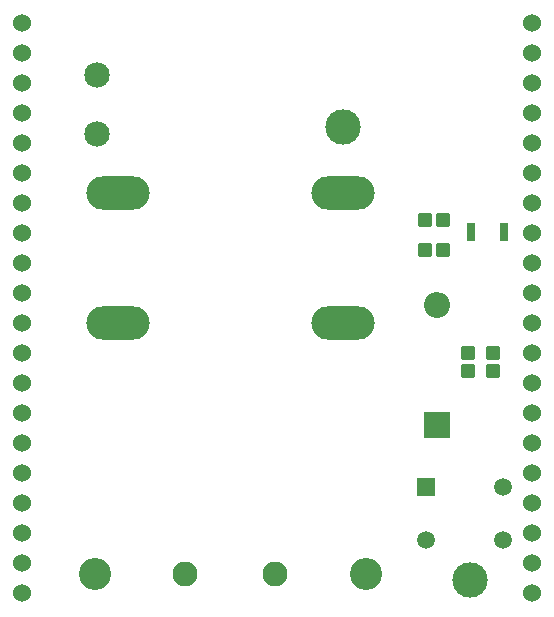
<source format=gbr>
%TF.GenerationSoftware,KiCad,Pcbnew,8.0.7*%
%TF.CreationDate,2025-01-14T16:56:09-05:00*%
%TF.ProjectId,AMS Latching Module,414d5320-4c61-4746-9368-696e67204d6f,rev?*%
%TF.SameCoordinates,Original*%
%TF.FileFunction,Soldermask,Top*%
%TF.FilePolarity,Negative*%
%FSLAX46Y46*%
G04 Gerber Fmt 4.6, Leading zero omitted, Abs format (unit mm)*
G04 Created by KiCad (PCBNEW 8.0.7) date 2025-01-14 16:56:09*
%MOMM*%
%LPD*%
G01*
G04 APERTURE LIST*
G04 Aperture macros list*
%AMRoundRect*
0 Rectangle with rounded corners*
0 $1 Rounding radius*
0 $2 $3 $4 $5 $6 $7 $8 $9 X,Y pos of 4 corners*
0 Add a 4 corners polygon primitive as box body*
4,1,4,$2,$3,$4,$5,$6,$7,$8,$9,$2,$3,0*
0 Add four circle primitives for the rounded corners*
1,1,$1+$1,$2,$3*
1,1,$1+$1,$4,$5*
1,1,$1+$1,$6,$7*
1,1,$1+$1,$8,$9*
0 Add four rect primitives between the rounded corners*
20,1,$1+$1,$2,$3,$4,$5,0*
20,1,$1+$1,$4,$5,$6,$7,0*
20,1,$1+$1,$6,$7,$8,$9,0*
20,1,$1+$1,$8,$9,$2,$3,0*%
G04 Aperture macros list end*
%ADD10RoundRect,0.102000X0.485000X-0.450000X0.485000X0.450000X-0.485000X0.450000X-0.485000X-0.450000X0*%
%ADD11C,3.000000*%
%ADD12C,1.524000*%
%ADD13R,1.498600X1.498600*%
%ADD14C,1.498600*%
%ADD15R,0.660400X1.549400*%
%ADD16O,5.350000X2.850000*%
%ADD17C,2.717800*%
%ADD18C,2.108200*%
%ADD19RoundRect,0.102000X-0.450000X-0.485000X0.450000X-0.485000X0.450000X0.485000X-0.450000X0.485000X0*%
%ADD20C,2.154000*%
%ADD21R,2.200000X2.200000*%
%ADD22O,2.200000X2.200000*%
G04 APERTURE END LIST*
D10*
%TO.C,D1*%
X90620000Y-80270000D03*
X90620000Y-78750000D03*
%TD*%
%TO.C,D2*%
X88540000Y-80260000D03*
X88540000Y-78740000D03*
%TD*%
D11*
%TO.C,AMS PWR THRU*%
X77920000Y-59570000D03*
%TD*%
D12*
%TO.C,J2*%
X50800000Y-99060000D03*
X50800000Y-96520000D03*
X50800000Y-93980000D03*
X50800000Y-91440000D03*
X50800000Y-88900000D03*
X50800000Y-86360000D03*
X50800000Y-83820000D03*
X50800000Y-81280000D03*
X50800000Y-78740000D03*
X50800000Y-76200000D03*
X50800000Y-73660000D03*
X50800000Y-71120000D03*
X50800000Y-68580000D03*
X50800000Y-66040000D03*
X50800000Y-63500000D03*
X50800000Y-60960000D03*
X50800000Y-58420000D03*
X50800000Y-55880000D03*
X50800000Y-53340000D03*
X50800000Y-50800000D03*
%TD*%
D13*
%TO.C,AMS RESET*%
X85019999Y-90070000D03*
D14*
X91520000Y-90070000D03*
X85019999Y-94570001D03*
X91520000Y-94570001D03*
%TD*%
D15*
%TO.C,AMS ERROR*%
X88775200Y-68492400D03*
X91620000Y-68492400D03*
%TD*%
D16*
%TO.C,K1*%
X58920000Y-65159999D03*
X58920000Y-76160000D03*
D17*
X56970000Y-97460000D03*
D18*
X64620000Y-97460000D03*
X72220000Y-97460000D03*
D17*
X79870000Y-97460000D03*
D16*
X77919998Y-76160000D03*
X77919998Y-65159999D03*
%TD*%
D19*
%TO.C,R2*%
X84937600Y-69992400D03*
X86457600Y-69992400D03*
%TD*%
D20*
%TO.C,J1*%
X57130000Y-55150000D03*
X57130000Y-60150000D03*
%TD*%
D11*
%TO.C,AMS*%
X88720000Y-97970000D03*
%TD*%
D19*
%TO.C,R1*%
X84937600Y-67492400D03*
X86457600Y-67492400D03*
%TD*%
D12*
%TO.C,J2*%
X94000000Y-99060000D03*
X94000000Y-96520000D03*
X94000000Y-93980000D03*
X94000000Y-91440000D03*
X94000000Y-88900000D03*
X94000000Y-86360000D03*
X94000000Y-83820000D03*
X94000000Y-81280000D03*
X94000000Y-78740000D03*
X94000000Y-76200000D03*
X94000000Y-73660000D03*
X94000000Y-71120000D03*
X94000000Y-68580000D03*
X94000000Y-66040000D03*
X94000000Y-63500000D03*
X94000000Y-60960000D03*
X94000000Y-58420000D03*
X94000000Y-55880000D03*
X94000000Y-53340000D03*
X94000000Y-50800000D03*
%TD*%
D21*
%TO.C,D3*%
X85920000Y-84790000D03*
D22*
X85920000Y-74630000D03*
%TD*%
M02*

</source>
